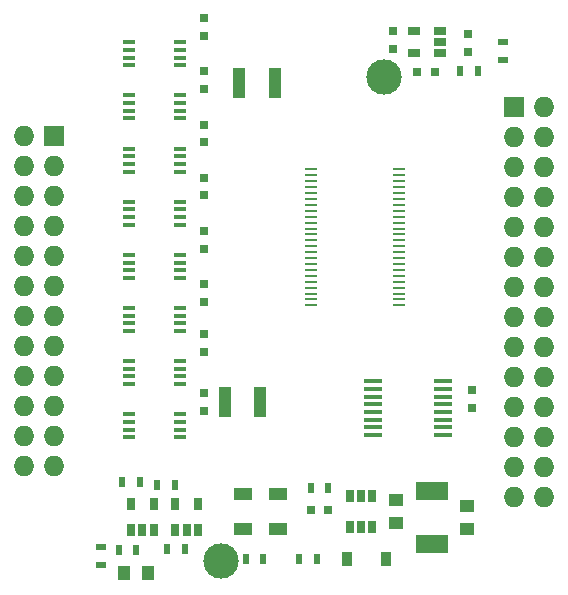
<source format=gts>
G04 #@! TF.FileFunction,Soldermask,Top*
%FSLAX46Y46*%
G04 Gerber Fmt 4.6, Leading zero omitted, Abs format (unit mm)*
G04 Created by KiCad (PCBNEW (2015-01-16 BZR 5376)-product) date 23/07/2015 11:51:53*
%MOMM*%
G01*
G04 APERTURE LIST*
%ADD10C,0.100000*%
%ADD11R,0.750000X0.800000*%
%ADD12R,0.800000X0.750000*%
%ADD13R,1.250000X1.000000*%
%ADD14R,1.000000X1.250000*%
%ADD15R,1.600000X1.000000*%
%ADD16R,0.910000X1.220000*%
%ADD17R,2.799080X1.501140*%
%ADD18R,0.500000X0.900000*%
%ADD19R,0.900000X0.500000*%
%ADD20R,1.100000X0.400000*%
%ADD21R,1.060000X0.650000*%
%ADD22R,0.650000X1.060000*%
%ADD23R,1.500000X0.450000*%
%ADD24R,0.690880X1.000760*%
%ADD25R,1.000000X0.285000*%
%ADD26C,2.999740*%
%ADD27R,1.727200X1.727200*%
%ADD28O,1.727200X1.727200*%
%ADD29R,1.000000X2.500000*%
G04 APERTURE END LIST*
D10*
D11*
X78750000Y-57000000D03*
X78750000Y-55500000D03*
X78750000Y-61500000D03*
X78750000Y-60000000D03*
X78750000Y-66000000D03*
X78750000Y-64500000D03*
X78750000Y-75000000D03*
X78750000Y-73500000D03*
X78750000Y-70500000D03*
X78750000Y-69000000D03*
X78750000Y-79250000D03*
X78750000Y-77750000D03*
X78750000Y-84250000D03*
X78750000Y-82750000D03*
X78750000Y-52500000D03*
X78750000Y-51000000D03*
X101092000Y-53836000D03*
X101092000Y-52336000D03*
X94752000Y-52109000D03*
X94752000Y-53609000D03*
D12*
X96740000Y-55510000D03*
X98240000Y-55510000D03*
D13*
X101000000Y-94250000D03*
X101000000Y-92250000D03*
D14*
X71990000Y-98000000D03*
X73990000Y-98000000D03*
D11*
X101450000Y-84000000D03*
X101450000Y-82500000D03*
D13*
X95000000Y-93750000D03*
X95000000Y-91750000D03*
D12*
X87750000Y-92590000D03*
X89250000Y-92590000D03*
D15*
X85000000Y-94250000D03*
X85000000Y-91250000D03*
X82000000Y-94250000D03*
X82000000Y-91250000D03*
D16*
X90865000Y-96750000D03*
X94135000Y-96750000D03*
D17*
X98000000Y-95500440D03*
X98000000Y-90999560D03*
D18*
X74750000Y-90500000D03*
X76250000Y-90500000D03*
X71810000Y-90270000D03*
X73310000Y-90270000D03*
D19*
X70000000Y-97250000D03*
X70000000Y-95750000D03*
D18*
X87750000Y-90750000D03*
X89250000Y-90750000D03*
X88250000Y-96750000D03*
X86750000Y-96750000D03*
X82250000Y-96750000D03*
X83750000Y-96750000D03*
D20*
X72350000Y-53025000D03*
X72350000Y-53675000D03*
X72350000Y-54325000D03*
X72350000Y-54975000D03*
X76650000Y-54975000D03*
X76650000Y-54325000D03*
X76650000Y-53675000D03*
X76650000Y-53025000D03*
X72350000Y-57525000D03*
X72350000Y-58175000D03*
X72350000Y-58825000D03*
X72350000Y-59475000D03*
X76650000Y-59475000D03*
X76650000Y-58825000D03*
X76650000Y-58175000D03*
X76650000Y-57525000D03*
X72350000Y-62025000D03*
X72350000Y-62675000D03*
X72350000Y-63325000D03*
X72350000Y-63975000D03*
X76650000Y-63975000D03*
X76650000Y-63325000D03*
X76650000Y-62675000D03*
X76650000Y-62025000D03*
X72350000Y-66525000D03*
X72350000Y-67175000D03*
X72350000Y-67825000D03*
X72350000Y-68475000D03*
X76650000Y-68475000D03*
X76650000Y-67825000D03*
X76650000Y-67175000D03*
X76650000Y-66525000D03*
X72350000Y-71025000D03*
X72350000Y-71675000D03*
X72350000Y-72325000D03*
X72350000Y-72975000D03*
X76650000Y-72975000D03*
X76650000Y-72325000D03*
X76650000Y-71675000D03*
X76650000Y-71025000D03*
X72350000Y-75525000D03*
X72350000Y-76175000D03*
X72350000Y-76825000D03*
X72350000Y-77475000D03*
X76650000Y-77475000D03*
X76650000Y-76825000D03*
X76650000Y-76175000D03*
X76650000Y-75525000D03*
X72350000Y-80025000D03*
X72350000Y-80675000D03*
X72350000Y-81325000D03*
X72350000Y-81975000D03*
X76650000Y-81975000D03*
X76650000Y-81325000D03*
X76650000Y-80675000D03*
X76650000Y-80025000D03*
X72350000Y-84525000D03*
X72350000Y-85175000D03*
X72350000Y-85825000D03*
X72350000Y-86475000D03*
X76650000Y-86475000D03*
X76650000Y-85825000D03*
X76650000Y-85175000D03*
X76650000Y-84525000D03*
D21*
X98702000Y-53934000D03*
X98702000Y-52984000D03*
X98702000Y-52034000D03*
X96502000Y-52034000D03*
X96502000Y-53934000D03*
D22*
X72550000Y-94350000D03*
X73500000Y-94350000D03*
X74450000Y-94350000D03*
X74450000Y-92150000D03*
X72550000Y-92150000D03*
D23*
X93050000Y-81725000D03*
X93050000Y-82375000D03*
X93050000Y-83025000D03*
X93050000Y-83675000D03*
X93050000Y-84325000D03*
X93050000Y-84975000D03*
X93050000Y-85625000D03*
X93050000Y-86275000D03*
X98950000Y-86275000D03*
X98950000Y-85625000D03*
X98950000Y-84975000D03*
X98950000Y-84325000D03*
X98950000Y-83675000D03*
X98950000Y-83025000D03*
X98950000Y-82375000D03*
X98950000Y-81725000D03*
D24*
X92949960Y-91449520D03*
X92000000Y-91449520D03*
X91050040Y-91449520D03*
X91050040Y-94050480D03*
X92000000Y-94050480D03*
X92949960Y-94050480D03*
D25*
X87750000Y-63800000D03*
X87750000Y-64300000D03*
X87750000Y-64800000D03*
X87750000Y-65300000D03*
X87750000Y-65800000D03*
X87750000Y-66300000D03*
X87750000Y-66800000D03*
X87750000Y-67300000D03*
X87750000Y-67800000D03*
X87750000Y-68300000D03*
X87750000Y-68800000D03*
X87750000Y-69300000D03*
X87750000Y-69800000D03*
X87750000Y-70300000D03*
X87750000Y-70800000D03*
X87750000Y-71300000D03*
X87750000Y-71800000D03*
X87750000Y-72300000D03*
X87750000Y-72800000D03*
X87750000Y-73300000D03*
X87750000Y-73800000D03*
X87750000Y-74300000D03*
X87750000Y-74800000D03*
X87750000Y-75300000D03*
X95250000Y-75300000D03*
X95250000Y-74800000D03*
X95250000Y-74300000D03*
X95250000Y-73800000D03*
X95250000Y-73300000D03*
X95250000Y-72800000D03*
X95250000Y-72300000D03*
X95250000Y-71800000D03*
X95250000Y-71300000D03*
X95250000Y-70800000D03*
X95250000Y-70300000D03*
X95250000Y-69800000D03*
X95250000Y-69300000D03*
X95250000Y-68800000D03*
X95250000Y-68300000D03*
X95250000Y-67800000D03*
X95250000Y-67300000D03*
X95250000Y-66800000D03*
X95250000Y-66300000D03*
X95250000Y-65800000D03*
X95250000Y-65300000D03*
X95250000Y-64800000D03*
X95250000Y-64300000D03*
X95250000Y-63800000D03*
D26*
X93927000Y-56009000D03*
X80190000Y-96960000D03*
D18*
X73000000Y-96000000D03*
X71500000Y-96000000D03*
X75610000Y-95950000D03*
X77110000Y-95950000D03*
D22*
X76300000Y-94350000D03*
X77250000Y-94350000D03*
X78200000Y-94350000D03*
X78200000Y-92150000D03*
X76300000Y-92150000D03*
D27*
X66000000Y-61000000D03*
D28*
X63460000Y-61000000D03*
X66000000Y-63540000D03*
X63460000Y-63540000D03*
X66000000Y-66080000D03*
X63460000Y-66080000D03*
X66000000Y-68620000D03*
X63460000Y-68620000D03*
X66000000Y-71160000D03*
X63460000Y-71160000D03*
X66000000Y-73700000D03*
X63460000Y-73700000D03*
X66000000Y-76240000D03*
X63460000Y-76240000D03*
X66000000Y-78780000D03*
X63460000Y-78780000D03*
X66000000Y-81320000D03*
X63460000Y-81320000D03*
X66000000Y-83860000D03*
X63460000Y-83860000D03*
X66000000Y-86400000D03*
X63460000Y-86400000D03*
X66000000Y-88940000D03*
X63460000Y-88940000D03*
D27*
X105000000Y-58500000D03*
D28*
X107540000Y-58500000D03*
X105000000Y-61040000D03*
X107540000Y-61040000D03*
X105000000Y-63580000D03*
X107540000Y-63580000D03*
X105000000Y-66120000D03*
X107540000Y-66120000D03*
X105000000Y-68660000D03*
X107540000Y-68660000D03*
X105000000Y-71200000D03*
X107540000Y-71200000D03*
X105000000Y-73740000D03*
X107540000Y-73740000D03*
X105000000Y-76280000D03*
X107540000Y-76280000D03*
X105000000Y-78820000D03*
X107540000Y-78820000D03*
X105000000Y-81360000D03*
X107540000Y-81360000D03*
X105000000Y-83900000D03*
X107540000Y-83900000D03*
X105000000Y-86440000D03*
X107540000Y-86440000D03*
X105000000Y-88980000D03*
X107540000Y-88980000D03*
X105000000Y-91520000D03*
X107540000Y-91520000D03*
D29*
X80500000Y-83500000D03*
X83500000Y-83500000D03*
X81700000Y-56500000D03*
X84700000Y-56500000D03*
D18*
X101900000Y-55500000D03*
X100400000Y-55500000D03*
D19*
X104000000Y-53000000D03*
X104000000Y-54500000D03*
M02*

</source>
